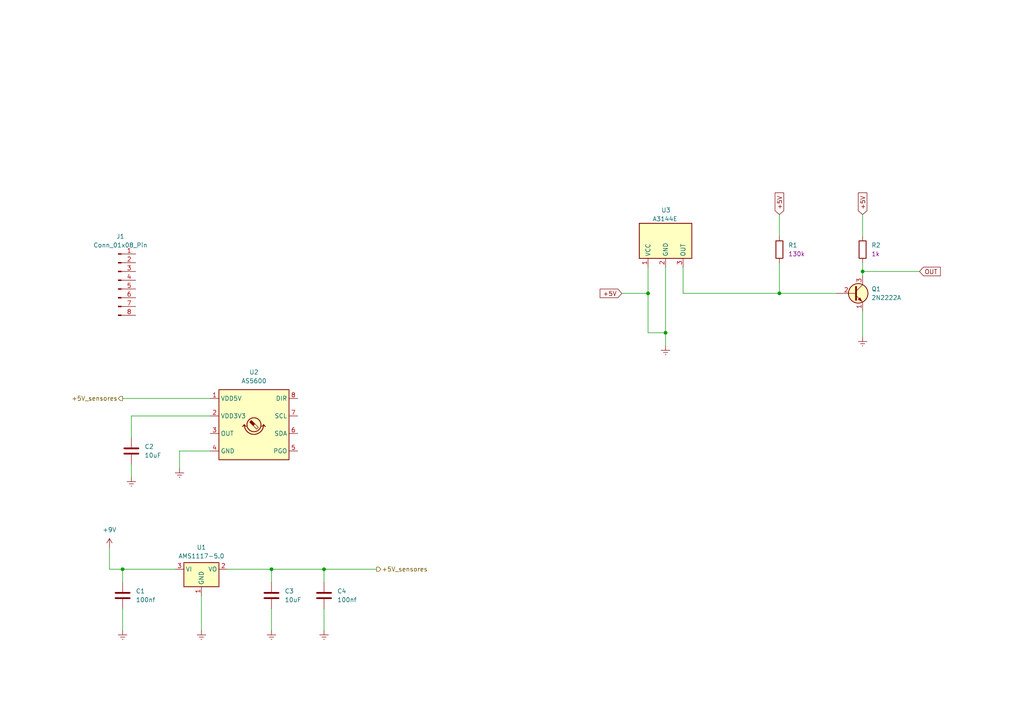
<source format=kicad_sch>
(kicad_sch (version 20230121) (generator eeschema)
  (paper "A4")
  (title_block (title "Esquematico do anemômetro") (date "2023-06-21") (rev "V1.0"))
  (lib_symbols
    (symbol "2N2222A_1" (pin_names hide)
      (property "Reference" "Q" (at 5.08 1.27 0))
      (property "Value" "2N2222A" (at 5.08 -1.27 0))
      (symbol "2N2222A_1_0_1"
        (polyline (pts (xy 0.635 0.635) (xy 2.54 2.54)))
        (polyline (pts (xy 0.635 -0.635) (xy 2.54 -2.54) (xy 2.54 -2.54)))
        (polyline (pts (xy 0.635 1.905) (xy 0.635 -1.905) (xy 0.635 -1.905)) (stroke (width 0.508)))
        (polyline (pts (xy 1.27 -1.778) (xy 1.778 -1.27) (xy 2.286 -2.286) (xy 1.27 -1.778) (xy 1.27 -1.778)) (fill (type outline)))
        (circle (center 1.27 0) (radius 2.8194) (stroke (width 0.254)) (fill (type background)))
      )
      (symbol "2N2222A_1_1_1"
        (pin passive line (at 2.54 -5.08 90) (length 2.54) (name "E") (number "1"))
        (pin passive line (at -5.08 0 0) (length 5.715) (name "B") (number "2"))
        (pin passive line (at 2.54 5.08 270) (length 2.54) (name "C") (number "3"))
      )
    )
    (symbol "Connector:Conn_01x08_Pin" (pin_names (offset 1.016) hide)
      (property "Reference" "J" (at 0 10.16 0))
      (property "Value" "Conn_01x08_Pin" (at 0 -12.7 0))
      (symbol "Conn_01x08_Pin_1_1"
        (polyline (pts (xy 1.27 -10.16) (xy 0.8636 -10.16)) (stroke (width 0.1524)))
        (polyline (pts (xy 1.27 -7.62) (xy 0.8636 -7.62)) (stroke (width 0.1524)))
        (polyline (pts (xy 1.27 -5.08) (xy 0.8636 -5.08)) (stroke (width 0.1524)))
        (polyline (pts (xy 1.27 -2.54) (xy 0.8636 -2.54)) (stroke (width 0.1524)))
        (polyline (pts (xy 1.27 0) (xy 0.8636 0)) (stroke (width 0.1524)))
        (polyline (pts (xy 1.27 2.54) (xy 0.8636 2.54)) (stroke (width 0.1524)))
        (polyline (pts (xy 1.27 5.08) (xy 0.8636 5.08)) (stroke (width 0.1524)))
        (polyline (pts (xy 1.27 7.62) (xy 0.8636 7.62)) (stroke (width 0.1524)))
        (rectangle (start 0.8636 -10.033) (end 0 -10.287) (stroke (width 0.1524)) (fill (type outline)))
        (rectangle (start 0.8636 -7.493) (end 0 -7.747) (stroke (width 0.1524)) (fill (type outline)))
        (rectangle (start 0.8636 -4.953) (end 0 -5.207) (stroke (width 0.1524)) (fill (type outline)))
        (rectangle (start 0.8636 -2.413) (end 0 -2.667) (stroke (width 0.1524)) (fill (type outline)))
        (rectangle (start 0.8636 0.127) (end 0 -0.127) (stroke (width 0.1524)) (fill (type outline)))
        (rectangle (start 0.8636 2.667) (end 0 2.413) (stroke (width 0.1524)) (fill (type outline)))
        (rectangle (start 0.8636 5.207) (end 0 4.953) (stroke (width 0.1524)) (fill (type outline)))
        (rectangle (start 0.8636 7.747) (end 0 7.493) (stroke (width 0.1524)) (fill (type outline)))
        (pin passive line (at 5.08 7.62 180) (length 3.81) (name "Pin_1") (number "1"))
        (pin passive line (at 5.08 5.08 180) (length 3.81) (name "Pin_2") (number "2"))
        (pin passive line (at 5.08 2.54 180) (length 3.81) (name "Pin_3") (number "3"))
        (pin passive line (at 5.08 0 180) (length 3.81) (name "Pin_4") (number "4"))
        (pin passive line (at 5.08 -2.54 180) (length 3.81) (name "Pin_5") (number "5"))
        (pin passive line (at 5.08 -5.08 180) (length 3.81) (name "Pin_6") (number "6"))
        (pin passive line (at 5.08 -7.62 180) (length 3.81) (name "Pin_7") (number "7"))
        (pin passive line (at 5.08 -10.16 180) (length 3.81) (name "Pin_8") (number "8"))
      )
    )
    (symbol "Device:C" (pin_numbers hide) (pin_names (offset 0.254))
      (property "Reference" "C" (at 0.635 2.54 0))
      (property "Value" "C" (at 0.635 -2.54 0))
      (symbol "C_0_1"
        (polyline (pts (xy -2.032 -0.762) (xy 2.032 -0.762)) (stroke (width 0.508)))
        (polyline (pts (xy -2.032 0.762) (xy 2.032 0.762)) (stroke (width 0.508)))
      )
      (symbol "C_1_1"
        (pin passive line (at 0 3.81 270) (length 2.794) (name "~") (number "1"))
        (pin passive line (at 0 -3.81 90) (length 2.794) (name "~") (number "2"))
      )
    )
    (symbol "PCM_4ms_Resistor:0R_0603" (pin_numbers hide) (pin_names (offset 0))
      (property "Reference" "R" (at 2.032 0 90))
      (property "Display" "0R" (at 3.81 0 90))
      (symbol "0R_0603_0_1"
        (rectangle (start -1.016 -2.54) (end 1.016 2.54) (stroke (width 0.254)))
      )
      (symbol "0R_0603_1_1"
        (pin passive line (at 0 3.81 270) (length 1.27) (name "~") (number "1"))
        (pin passive line (at 0 -3.81 90) (length 1.27) (name "~") (number "2"))
      )
    )
    (symbol "Regulator_Linear:AMS1117-5.0"
      (property "Reference" "U" (at -3.81 3.175 0))
      (property "Value" "AMS1117-5.0" (at 0 3.175 0))
      (symbol "AMS1117-5.0_0_1"
        (rectangle (start -5.08 -5.08) (end 5.08 1.905) (stroke (width 0.254)) (fill (type background)))
      )
      (symbol "AMS1117-5.0_1_1"
        (pin power_in line (at 0 -7.62 90) (length 2.54) (name "GND") (number "1"))
        (pin power_out line (at 7.62 0 180) (length 2.54) (name "VO") (number "2"))
        (pin power_in line (at -7.62 0 0) (length 2.54) (name "VI") (number "3"))
      )
    )
    (symbol "Sensor_Magnetic:AS5045B"
      (property "Reference" "U1" (at 0 15.24 0))
      (property "Value" "AS5600" (at 0 12.7 0))
      (symbol "AS5045B_0_1"
        (rectangle (start -10.16 10.16) (end 10.16 -10.16) (stroke (width 0.254)) (fill (type background)))
        (arc (start -2.794 0) (mid 0 -2.7819) (end 2.794 0) (stroke (width 0.254)))
        (polyline (pts (xy -2.794 0) (xy -3.302 -0.508)) (stroke (width 0.254)))
        (polyline (pts (xy -2.794 0) (xy -2.286 -0.508)) (stroke (width 0.254)))
        (polyline (pts (xy 2.794 0) (xy 2.286 -0.508)) (stroke (width 0.254)))
        (polyline (pts (xy 2.794 0) (xy 3.302 -0.508)) (stroke (width 0.254)))
        (polyline (pts (xy 0.254 0.254) (xy 1.27 -0.762) (xy 0.762 -1.27) (xy -0.254 -0.254)))
        (polyline (pts (xy -0.762 1.27) (xy 0.254 0.254) (xy -0.254 -0.254) (xy -1.27 0.762) (xy -1.016 1.016) (xy -0.762 1.27) (xy -0.635 1.143)) (fill (type outline)))
        (circle (center 0 0) (radius 2.032) (stroke (width 0.254)))
      )
      (symbol "AS5045B_1_1"
        (pin power_in line (at -12.7 7.62 0) (length 2.54) (name "VDD5V") (number "1"))
        (pin power_in line (at -12.7 2.54 0) (length 2.54) (name "VDD3V3") (number "2"))
        (pin output line (at -12.7 -2.54 0) (length 2.54) (name "OUT") (number "3"))
        (pin power_in line (at -12.7 -7.62 0) (length 2.54) (name "GND") (number "4"))
        (pin input line (at 12.7 -7.62 180) (length 2.54) (name "PGO") (number "5"))
        (pin bidirectional line (at 12.7 -2.54 180) (length 2.54) (name "SDA") (number "6"))
        (pin input line (at 12.7 2.54 180) (length 2.54) (name "SCL") (number "7"))
        (pin input line (at 12.7 7.62 180) (length 2.54) (name "DIR") (number "8"))
      )
    )
    (symbol "Sensor_Magnetic:DRV5055A4xLPGxQ1"
      (property "Reference" "U3" (at -3.81 6.35 0))
      (property "Value" "A3144E" (at -6.35 3.81 0))
      (symbol "DRV5055A4xLPGxQ1_1_1"
        (rectangle (start -10.16 2.54) (end 5.08 -7.62) (stroke (width 0.254)) (fill (type background)))
        (pin power_in line (at -7.62 -10.16 90) (length 2.54) (name "VCC") (number "1"))
        (pin output line (at -2.54 -10.16 90) (length 2.54) (name "GND") (number "2"))
        (pin output line (at 2.54 -10.16 90) (length 2.54) (name "OUT") (number "3"))
      )
    )
    (symbol "power:+9V" (power) (pin_names (offset 0))
      (property "Value" "+9V" (at 0 3.556 0))
      (symbol "+9V_0_1"
        (polyline (pts (xy -0.762 1.27) (xy 0 2.54)))
        (polyline (pts (xy 0 0) (xy 0 2.54)))
        (polyline (pts (xy 0 2.54) (xy 0.762 1.27)))
      )
      (symbol "+9V_1_1"
        (pin power_in line (at 0 0 90) (length 0) hide (name "+9V") (number "1"))
      )
    )
    (symbol "power:Earth" (power) (pin_names (offset 0))
      (symbol "Earth_0_1"
        (polyline (pts (xy -0.635 -1.905) (xy 0.635 -1.905)))
        (polyline (pts (xy -0.127 -2.54) (xy 0.127 -2.54)))
        (polyline (pts (xy 0 -1.27) (xy 0 0)))
        (polyline (pts (xy 1.27 -1.27) (xy -1.27 -1.27)))
      )
      (symbol "Earth_1_1"
        (pin power_in line (at 0 0 270) (length 0) hide (name "Earth") (number "1"))
      )
    )
  )
  (junction (at 193.04 96.52))
  (junction (at 226.06 85.09))
  (junction (at 93.98 165.1))
  (junction (at 35.56 165.1))
  (junction (at 250.19 78.74))
  (junction (at 187.96 85.09))
  (junction (at 78.74 165.1))
  (wire (pts (xy 35.56 168.91) (xy 35.56 165.1)))
  (wire (pts (xy 38.1 120.65) (xy 60.96 120.65)))
  (wire (pts (xy 52.07 130.81) (xy 52.07 135.89)))
  (wire (pts (xy 226.06 85.09) (xy 242.57 85.09)))
  (wire (pts (xy 38.1 134.62) (xy 38.1 138.43)))
  (wire (pts (xy 60.96 130.81) (xy 52.07 130.81)))
  (wire (pts (xy 187.96 77.47) (xy 187.96 85.09)))
  (wire (pts (xy 66.04 165.1) (xy 78.74 165.1)))
  (wire (pts (xy 250.19 78.74) (xy 250.19 80.01)))
  (wire (pts (xy 193.04 96.52) (xy 187.96 96.52)))
  (wire (pts (xy 226.06 76.2) (xy 226.06 85.09)))
  (wire (pts (xy 31.75 165.1) (xy 35.56 165.1)))
  (wire (pts (xy 187.96 85.09) (xy 180.34 85.09)))
  (wire (pts (xy 78.74 165.1) (xy 93.98 165.1)))
  (wire (pts (xy 250.19 76.2) (xy 250.19 78.74)))
  (wire (pts (xy 250.19 78.74) (xy 266.7 78.74)))
  (wire (pts (xy 93.98 176.53) (xy 93.98 182.88)))
  (wire (pts (xy 35.56 115.57) (xy 60.96 115.57)))
  (wire (pts (xy 93.98 165.1) (xy 93.98 168.91)))
  (wire (pts (xy 193.04 96.52) (xy 193.04 100.33)))
  (wire (pts (xy 58.42 172.72) (xy 58.42 182.88)))
  (wire (pts (xy 78.74 165.1) (xy 78.74 168.91)))
  (wire (pts (xy 78.74 176.53) (xy 78.74 182.88)))
  (wire (pts (xy 226.06 62.23) (xy 226.06 68.58)))
  (wire (pts (xy 35.56 176.53) (xy 35.56 182.88)))
  (wire (pts (xy 250.19 62.23) (xy 250.19 68.58)))
  (wire (pts (xy 198.12 77.47) (xy 198.12 85.09)))
  (wire (pts (xy 250.19 90.17) (xy 250.19 97.79)))
  (wire (pts (xy 187.96 96.52) (xy 187.96 85.09)))
  (wire (pts (xy 193.04 77.47) (xy 193.04 96.52)))
  (wire (pts (xy 35.56 165.1) (xy 50.8 165.1)))
  (wire (pts (xy 38.1 120.65) (xy 38.1 127)))
  (wire (pts (xy 198.12 85.09) (xy 226.06 85.09)))
  (wire (pts (xy 93.98 165.1) (xy 109.22 165.1)))
  (wire (pts (xy 31.75 158.75) (xy 31.75 165.1)))
  (global_label "OUT" (shape input) (at 266.7 78.74 0) (property "Intersheetrefs" "${INTERSHEET_REFS}" (effects hide)))
  (global_label "+5V" (shape input) (at 250.19 62.23 90) (property "Intersheetrefs" "${INTERSHEET_REFS}" (effects hide)))
  (global_label "+5V" (shape input) (at 226.06 62.23 90) (property "Intersheetrefs" "${INTERSHEET_REFS}" (effects hide)))
  (global_label "+5V" (shape input) (at 180.34 85.09 180) (property "Intersheetrefs" "${INTERSHEET_REFS}" (effects hide)))
  (hierarchical_label "+5V_sensores" (shape output) (at 109.22 165.1 0))
  (hierarchical_label "+5V_sensores" (shape output) (at 35.56 115.57 180))
  (symbol (lib_id "power:Earth") (at 78.74 182.88 0) (unit 1)
    (property "Reference" "#PWR05" (effects hide))
    (property "Value" "Earth" (effects hide))
  )
  (symbol (lib_id "Sensor_Magnetic:AS5045B") (at 73.66 123.19 0) (unit 1)
    (property "Reference" "U2" (at 73.66 107.95 0))
    (property "Value" "AS5600" (at 73.66 110.49 0))
    (property "Footprint" "PCM_4ms_Package_SOIC:SOIC-8_3.9x4.9mm_Pitch1.27mm" (effects hide))
    (property "Datasheet" "https://ams.com/documents/20143/36005/AS5045B_DS000397_2-00.pdf" (effects hide))
  )
  (symbol (lib_id "power:Earth") (at 35.56 182.88 0) (unit 1)
    (property "Reference" "#PWR02" (effects hide))
    (property "Value" "Earth" (effects hide))
  )
  (symbol (lib_id "Connector:Conn_01x08_Pin") (at 34.29 81.28 0) (unit 1)
    (property "Reference" "J1" (at 34.925 68.58 0))
    (property "Value" "Conn_01x08_Pin" (at 34.925 71.12 0))
    (property "Footprint" "Connector_JST:JST_SH_BM08B-SRSS-TB_1x08-1MP_P1.00mm_Vertical" (effects hide))
  )
  (symbol (lib_id "PCM_4ms_Resistor:0R_0603") (at 226.06 72.39 0) (unit 1)
    (property "Reference" "R1" (at 228.6 71.12 0) (effects (justify left)))
    (property "Value" "0R_0603" (effects hide))
    (property "Footprint" "PCM_Resistor_THT_US_AKL_Double:R_Axial_DIN0204_L3.6mm_D1.6mm_P7.62mm_Horizontal" (effects hide))
    (property "Specifications" "0R, 1%, 1/10W, 0603" (effects hide))
    (property "Manufacturer" "Yageo" (effects hide))
    (property "Part Number" "RC0603FR-100RL" (effects hide))
    (property "Display" "130k" (at 228.6 73.66 0) (effects (justify left)))
    (property "JLCPCB ID" "C21189" (effects hide))
  )
  (symbol (lib_id "power:Earth") (at 93.98 182.88 0) (unit 1)
    (property "Reference" "#PWR06" (effects hide))
    (property "Value" "Earth" (effects hide))
  )
  (symbol (lib_id "power:Earth") (at 58.42 182.88 0) (unit 1)
    (property "Reference" "#PWR04" (effects hide))
    (property "Value" "Earth" (effects hide))
  )
  (symbol (lib_id "power:Earth") (at 52.07 135.89 0) (unit 1)
    (property "Reference" "#PWR03" (effects hide))
    (property "Value" "Earth" (effects hide))
  )
  (symbol (lib_id "power:Earth") (at 38.1 138.43 0) (unit 1)
    (property "Reference" "#PWR010" (effects hide))
    (property "Value" "Earth" (effects hide))
  )
  (symbol (lib_id "Device:C") (at 93.98 172.72 0) (unit 1)
    (property "Reference" "C4" (at 97.79 171.45 0) (effects (justify left)))
    (property "Value" "100nf" (at 97.79 173.99 0) (effects (justify left)))
    (property "Footprint" "Capacitor_SMD:C_0805_2012Metric_Pad1.18x1.45mm_HandSolder" (effects hide))
  )
  (symbol (lib_name "2N2222A_1") (lib_id "PCM_Transistor_BJT_AKL:2N2222A") (at 247.65 85.09 0) (unit 1)
    (property "Reference" "Q1" (at 252.73 83.82 0) (effects (justify left)))
    (property "Value" "2N2222A" (at 252.73 86.36 0) (effects (justify left)))
    (property "Footprint" "Package_TO_SOT_THT:TO-92_Inline_Horizontal2" (effects hide))
    (property "Datasheet" "https://www.st.com/resource/en/datasheet/cd00003223.pdf" (effects hide))
  )
  (symbol (lib_id "Device:C") (at 78.74 172.72 0) (unit 1)
    (property "Reference" "C3" (at 82.55 171.45 0) (effects (justify left)))
    (property "Value" "10uF" (at 82.55 173.99 0) (effects (justify left)))
    (property "Footprint" "Capacitor_SMD:C_0805_2012Metric_Pad1.18x1.45mm_HandSolder" (effects hide))
  )
  (symbol (lib_id "Device:C") (at 35.56 172.72 0) (unit 1)
    (property "Reference" "C1" (at 39.37 171.45 0) (effects (justify left)))
    (property "Value" "100nf" (at 39.37 173.99 0) (effects (justify left)))
    (property "Footprint" "Capacitor_SMD:C_0805_2012Metric_Pad1.18x1.45mm_HandSolder" (effects hide))
  )
  (symbol (lib_id "Regulator_Linear:AMS1117-5.0") (at 58.42 165.1 0) (unit 1)
    (property "Reference" "U1" (at 58.42 158.75 0))
    (property "Value" "AMS1117-5.0" (at 58.42 161.29 0))
    (property "Footprint" "Package_TO_SOT_SMD:SOT-223-3_TabPin2" (effects hide))
    (property "Datasheet" "http://www.advanced-monolithic.com/pdf/ds1117.pdf" (effects hide))
  )
  (symbol (lib_id "Device:C") (at 38.1 130.81 0) (unit 1)
    (property "Reference" "C2" (at 41.91 129.54 0) (effects (justify left)))
    (property "Value" "10uF" (at 41.91 132.08 0) (effects (justify left)))
    (property "Footprint" "Capacitor_SMD:C_0805_2012Metric_Pad1.18x1.45mm_HandSolder" (effects hide))
  )
  (symbol (lib_id "power:Earth") (at 193.04 100.33 0) (unit 1)
    (property "Reference" "#PWR08" (effects hide))
    (property "Value" "Earth" (effects hide))
  )
  (symbol (lib_id "power:Earth") (at 250.19 97.79 0) (unit 1)
    (property "Reference" "#PWR07" (effects hide))
    (property "Value" "Earth" (effects hide))
  )
  (symbol (lib_id "PCM_4ms_Resistor:0R_0603") (at 250.19 72.39 0) (unit 1)
    (property "Reference" "R2" (at 252.73 71.12 0) (effects (justify left)))
    (property "Value" "0R_0603" (effects hide))
    (property "Footprint" "PCM_Resistor_THT_US_AKL_Double:R_Axial_DIN0204_L3.6mm_D1.6mm_P7.62mm_Horizontal" (effects hide))
    (property "Specifications" "0R, 1%, 1/10W, 0603" (effects hide))
    (property "Manufacturer" "Yageo" (effects hide))
    (property "Part Number" "RC0603FR-100RL" (effects hide))
    (property "Display" "1k" (at 252.73 73.66 0) (effects (justify left)))
    (property "JLCPCB ID" "C21189" (effects hide))
  )
  (symbol (lib_id "Sensor_Magnetic:DRV5055A4xLPGxQ1") (at 195.58 67.31 0) (unit 1)
    (property "Reference" "U3" (at 191.77 60.96 0) (effects (justify left)))
    (property "Value" "A3144E" (at 189.23 63.5 0) (effects (justify left)))
    (property "Footprint" "Package_TO_SOT_THT:TO-92S" (effects hide))
  )
  (symbol (lib_id "power:+9V") (at 31.75 158.75 0) (unit 1)
    (property "Reference" "#PWR01" (effects hide))
    (property "Value" "+9V" (at 31.75 153.67 0))
  )
)
</source>
